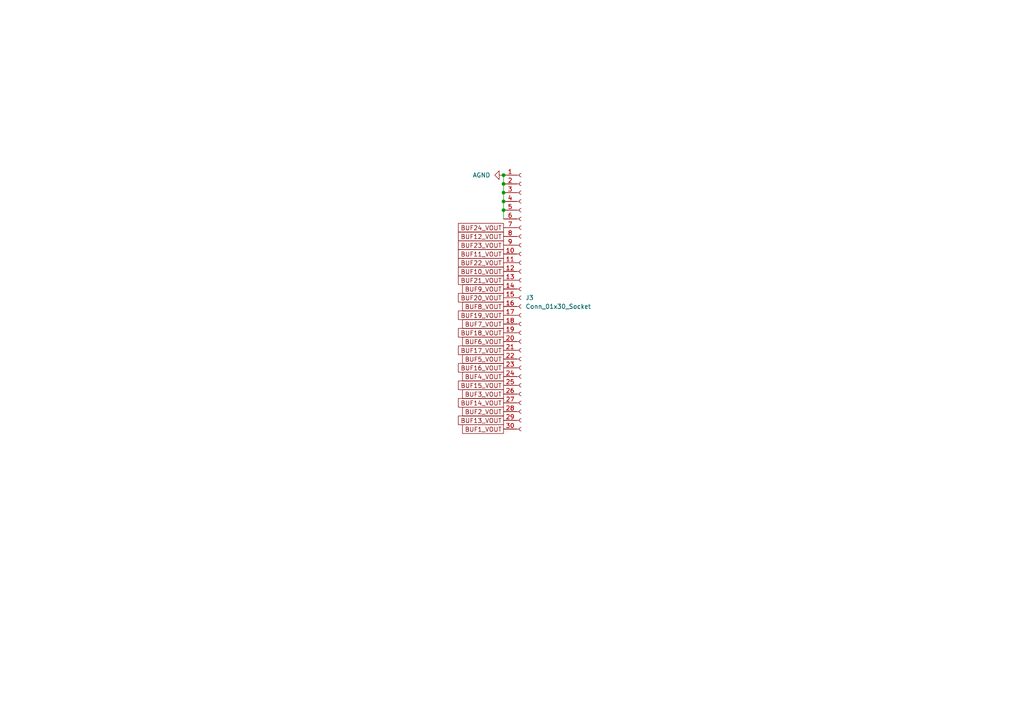
<source format=kicad_sch>
(kicad_sch (version 20250114) (generator "eeschema") (generator_version "9.0")
  (paper "A4")
  (lib_symbols
    (symbol "Connector:Conn_01x30_Socket" (pin_names (offset 1.016) (hide yes))
      (property "Reference" "J" (at 0 38.1 0))
      (property "Value" "Conn_01x30_Socket" (at 0 -40.64 0))
      (symbol "Conn_01x30_Socket_1_1"
        (polyline (pts (xy -1.27 35.56) (xy -0.508 35.56)) (stroke (width 0.1524)))
        (polyline (pts (xy -1.27 33.02) (xy -0.508 33.02)) (stroke (width 0.1524)))
        (polyline (pts (xy -1.27 30.48) (xy -0.508 30.48)) (stroke (width 0.1524)))
        (polyline (pts (xy -1.27 27.94) (xy -0.508 27.94)) (stroke (width 0.1524)))
        (polyline (pts (xy -1.27 25.4) (xy -0.508 25.4)) (stroke (width 0.1524)))
        (polyline (pts (xy -1.27 22.86) (xy -0.508 22.86)) (stroke (width 0.1524)))
        (polyline (pts (xy -1.27 20.32) (xy -0.508 20.32)) (stroke (width 0.1524)))
        (polyline (pts (xy -1.27 17.78) (xy -0.508 17.78)) (stroke (width 0.1524)))
        (polyline (pts (xy -1.27 15.24) (xy -0.508 15.24)) (stroke (width 0.1524)))
        (polyline (pts (xy -1.27 12.7) (xy -0.508 12.7)) (stroke (width 0.1524)))
        (polyline (pts (xy -1.27 10.16) (xy -0.508 10.16)) (stroke (width 0.1524)))
        (polyline (pts (xy -1.27 7.62) (xy -0.508 7.62)) (stroke (width 0.1524)))
        (polyline (pts (xy -1.27 5.08) (xy -0.508 5.08)) (stroke (width 0.1524)))
        (polyline (pts (xy -1.27 2.54) (xy -0.508 2.54)) (stroke (width 0.1524)))
        (polyline (pts (xy -1.27 0) (xy -0.508 0)) (stroke (width 0.1524)))
        (polyline (pts (xy -1.27 -2.54) (xy -0.508 -2.54)) (stroke (width 0.1524)))
        (polyline (pts (xy -1.27 -5.08) (xy -0.508 -5.08)) (stroke (width 0.1524)))
        (polyline (pts (xy -1.27 -7.62) (xy -0.508 -7.62)) (stroke (width 0.1524)))
        (polyline (pts (xy -1.27 -10.16) (xy -0.508 -10.16)) (stroke (width 0.1524)))
        (polyline (pts (xy -1.27 -12.7) (xy -0.508 -12.7)) (stroke (width 0.1524)))
        (polyline (pts (xy -1.27 -15.24) (xy -0.508 -15.24)) (stroke (width 0.1524)))
        (polyline (pts (xy -1.27 -17.78) (xy -0.508 -17.78)) (stroke (width 0.1524)))
        (polyline (pts (xy -1.27 -20.32) (xy -0.508 -20.32)) (stroke (width 0.1524)))
        (polyline (pts (xy -1.27 -22.86) (xy -0.508 -22.86)) (stroke (width 0.1524)))
        (polyline (pts (xy -1.27 -25.4) (xy -0.508 -25.4)) (stroke (width 0.1524)))
        (polyline (pts (xy -1.27 -27.94) (xy -0.508 -27.94)) (stroke (width 0.1524)))
        (polyline (pts (xy -1.27 -30.48) (xy -0.508 -30.48)) (stroke (width 0.1524)))
        (polyline (pts (xy -1.27 -33.02) (xy -0.508 -33.02)) (stroke (width 0.1524)))
        (polyline (pts (xy -1.27 -35.56) (xy -0.508 -35.56)) (stroke (width 0.1524)))
        (polyline (pts (xy -1.27 -38.1) (xy -0.508 -38.1)) (stroke (width 0.1524)))
        (arc (start 0 35.052) (mid -0.5058 35.56) (end 0 36.068) (stroke (width 0.1524)))
        (arc (start 0 32.512) (mid -0.5058 33.02) (end 0 33.528) (stroke (width 0.1524)))
        (arc (start 0 29.972) (mid -0.5058 30.48) (end 0 30.988) (stroke (width 0.1524)))
        (arc (start 0 27.432) (mid -0.5058 27.94) (end 0 28.448) (stroke (width 0.1524)))
        (arc (start 0 24.892) (mid -0.5058 25.4) (end 0 25.908) (stroke (width 0.1524)))
        (arc (start 0 22.352) (mid -0.5058 22.86) (end 0 23.368) (stroke (width 0.1524)))
        (arc (start 0 19.812) (mid -0.5058 20.32) (end 0 20.828) (stroke (width 0.1524)))
        (arc (start 0 17.272) (mid -0.5058 17.78) (end 0 18.288) (stroke (width 0.1524)))
        (arc (start 0 14.732) (mid -0.5058 15.24) (end 0 15.748) (stroke (width 0.1524)))
        (arc (start 0 12.192) (mid -0.5058 12.7) (end 0 13.208) (stroke (width 0.1524)))
        (arc (start 0 9.652) (mid -0.5058 10.16) (end 0 10.668) (stroke (width 0.1524)))
        (arc (start 0 7.112) (mid -0.5058 7.62) (end 0 8.128) (stroke (width 0.1524)))
        (arc (start 0 4.572) (mid -0.5058 5.08) (end 0 5.588) (stroke (width 0.1524)))
        (arc (start 0 2.032) (mid -0.5058 2.54) (end 0 3.048) (stroke (width 0.1524)))
        (arc (start 0 -0.508) (mid -0.5058 0) (end 0 0.508) (stroke (width 0.1524)))
        (arc (start 0 -3.048) (mid -0.5058 -2.54) (end 0 -2.032) (stroke (width 0.1524)))
        (arc (start 0 -5.588) (mid -0.5058 -5.08) (end 0 -4.572) (stroke (width 0.1524)))
        (arc (start 0 -8.128) (mid -0.5058 -7.62) (end 0 -7.112) (stroke (width 0.1524)))
        (arc (start 0 -10.668) (mid -0.5058 -10.16) (end 0 -9.652) (stroke (width 0.1524)))
        (arc (start 0 -13.208) (mid -0.5058 -12.7) (end 0 -12.192) (stroke (width 0.1524)))
        (arc (start 0 -15.748) (mid -0.5058 -15.24) (end 0 -14.732) (stroke (width 0.1524)))
        (arc (start 0 -18.288) (mid -0.5058 -17.78) (end 0 -17.272) (stroke (width 0.1524)))
        (arc (start 0 -20.828) (mid -0.5058 -20.32) (end 0 -19.812) (stroke (width 0.1524)))
        (arc (start 0 -23.368) (mid -0.5058 -22.86) (end 0 -22.352) (stroke (width 0.1524)))
        (arc (start 0 -25.908) (mid -0.5058 -25.4) (end 0 -24.892) (stroke (width 0.1524)))
        (arc (start 0 -28.448) (mid -0.5058 -27.94) (end 0 -27.432) (stroke (width 0.1524)))
        (arc (start 0 -30.988) (mid -0.5058 -30.48) (end 0 -29.972) (stroke (width 0.1524)))
        (arc (start 0 -33.528) (mid -0.5058 -33.02) (end 0 -32.512) (stroke (width 0.1524)))
        (arc (start 0 -36.068) (mid -0.5058 -35.56) (end 0 -35.052) (stroke (width 0.1524)))
        (arc (start 0 -38.608) (mid -0.5058 -38.1) (end 0 -37.592) (stroke (width 0.1524)))
        (pin passive line (at -5.08 35.56 0) (length 3.81) (name "Pin_1") (number "1"))
        (pin passive line (at -5.08 33.02 0) (length 3.81) (name "Pin_2") (number "2"))
        (pin passive line (at -5.08 30.48 0) (length 3.81) (name "Pin_3") (number "3"))
        (pin passive line (at -5.08 27.94 0) (length 3.81) (name "Pin_4") (number "4"))
        (pin passive line (at -5.08 25.4 0) (length 3.81) (name "Pin_5") (number "5"))
        (pin passive line (at -5.08 22.86 0) (length 3.81) (name "Pin_6") (number "6"))
        (pin passive line (at -5.08 20.32 0) (length 3.81) (name "Pin_7") (number "7"))
        (pin passive line (at -5.08 17.78 0) (length 3.81) (name "Pin_8") (number "8"))
        (pin passive line (at -5.08 15.24 0) (length 3.81) (name "Pin_9") (number "9"))
        (pin passive line (at -5.08 12.7 0) (length 3.81) (name "Pin_10") (number "10"))
        (pin passive line (at -5.08 10.16 0) (length 3.81) (name "Pin_11") (number "11"))
        (pin passive line (at -5.08 7.62 0) (length 3.81) (name "Pin_12") (number "12"))
        (pin passive line (at -5.08 5.08 0) (length 3.81) (name "Pin_13") (number "13"))
        (pin passive line (at -5.08 2.54 0) (length 3.81) (name "Pin_14") (number "14"))
        (pin passive line (at -5.08 0 0) (length 3.81) (name "Pin_15") (number "15"))
        (pin passive line (at -5.08 -2.54 0) (length 3.81) (name "Pin_16") (number "16"))
        (pin passive line (at -5.08 -5.08 0) (length 3.81) (name "Pin_17") (number "17"))
        (pin passive line (at -5.08 -7.62 0) (length 3.81) (name "Pin_18") (number "18"))
        (pin passive line (at -5.08 -10.16 0) (length 3.81) (name "Pin_19") (number "19"))
        (pin passive line (at -5.08 -12.7 0) (length 3.81) (name "Pin_20") (number "20"))
        (pin passive line (at -5.08 -15.24 0) (length 3.81) (name "Pin_21") (number "21"))
        (pin passive line (at -5.08 -17.78 0) (length 3.81) (name "Pin_22") (number "22"))
        (pin passive line (at -5.08 -20.32 0) (length 3.81) (name "Pin_23") (number "23"))
        (pin passive line (at -5.08 -22.86 0) (length 3.81) (name "Pin_24") (number "24"))
        (pin passive line (at -5.08 -25.4 0) (length 3.81) (name "Pin_25") (number "25"))
        (pin passive line (at -5.08 -27.94 0) (length 3.81) (name "Pin_26") (number "26"))
        (pin passive line (at -5.08 -30.48 0) (length 3.81) (name "Pin_27") (number "27"))
        (pin passive line (at -5.08 -33.02 0) (length 3.81) (name "Pin_28") (number "28"))
        (pin passive line (at -5.08 -35.56 0) (length 3.81) (name "Pin_29") (number "29"))
        (pin passive line (at -5.08 -38.1 0) (length 3.81) (name "Pin_30") (number "30"))
      )
    )
    (symbol "power:GND" (power) (pin_numbers (hide yes)) (pin_names (offset 0) (hide yes))
      (property "Value" "GND" (at 0 -3.81 0))
      (symbol "GND_0_1"
        (polyline (pts (xy 0 0) (xy 0 -1.27) (xy 1.27 -1.27) (xy 0 -2.54) (xy -1.27 -1.27) (xy 0 -1.27)))
      )
      (symbol "GND_1_1"
        (pin power_in line (at 0 0 270) (length 0) (name "~") (number "1"))
      )
    )
  )
  (junction (at 146.05 53.34))
  (junction (at 146.05 60.96))
  (junction (at 146.05 50.8))
  (junction (at 146.05 55.88))
  (junction (at 146.05 58.42))
  (wire (pts (xy 146.05 53.34) (xy 146.05 55.88)))
  (wire (pts (xy 146.05 58.42) (xy 146.05 60.96)))
  (wire (pts (xy 146.05 50.8) (xy 146.05 53.34)))
  (wire (pts (xy 146.05 60.96) (xy 146.05 63.5)))
  (wire (pts (xy 146.05 55.88) (xy 146.05 58.42)))
  (global_label "BUF10_VOUT" (shape passive) (at 146.05 78.74 180) (property "Intersheetrefs" "${INTERSHEET_REFS}" (effects (hide yes))))
  (global_label "BUF21_VOUT" (shape passive) (at 146.05 81.28 180) (property "Intersheetrefs" "${INTERSHEET_REFS}" (effects (hide yes))))
  (global_label "BUF16_VOUT" (shape passive) (at 146.05 106.68 180) (property "Intersheetrefs" "${INTERSHEET_REFS}" (effects (hide yes))))
  (global_label "BUF1_VOUT" (shape passive) (at 146.05 124.46 180) (property "Intersheetrefs" "${INTERSHEET_REFS}" (effects (hide yes))))
  (global_label "BUF8_VOUT" (shape passive) (at 146.05 88.9 180) (property "Intersheetrefs" "${INTERSHEET_REFS}" (effects (hide yes))))
  (global_label "BUF14_VOUT" (shape passive) (at 146.05 116.84 180) (property "Intersheetrefs" "${INTERSHEET_REFS}" (effects (hide yes))))
  (global_label "BUF2_VOUT" (shape passive) (at 146.05 119.38 180) (property "Intersheetrefs" "${INTERSHEET_REFS}" (effects (hide yes))))
  (global_label "BUF24_VOUT" (shape passive) (at 146.05 66.04 180) (property "Intersheetrefs" "${INTERSHEET_REFS}" (effects (hide yes))))
  (global_label "BUF20_VOUT" (shape passive) (at 146.05 86.36 180) (property "Intersheetrefs" "${INTERSHEET_REFS}" (effects (hide yes))))
  (global_label "BUF17_VOUT" (shape passive) (at 146.05 101.6 180) (property "Intersheetrefs" "${INTERSHEET_REFS}" (effects (hide yes))))
  (global_label "BUF22_VOUT" (shape passive) (at 146.05 76.2 180) (property "Intersheetrefs" "${INTERSHEET_REFS}" (effects (hide yes))))
  (global_label "BUF15_VOUT" (shape passive) (at 146.05 111.76 180) (property "Intersheetrefs" "${INTERSHEET_REFS}" (effects (hide yes))))
  (global_label "BUF5_VOUT" (shape passive) (at 146.05 104.14 180) (property "Intersheetrefs" "${INTERSHEET_REFS}" (effects (hide yes))))
  (global_label "BUF13_VOUT" (shape passive) (at 146.05 121.92 180) (property "Intersheetrefs" "${INTERSHEET_REFS}" (effects (hide yes))))
  (global_label "BUF12_VOUT" (shape passive) (at 146.05 68.58 180) (property "Intersheetrefs" "${INTERSHEET_REFS}" (effects (hide yes))))
  (global_label "BUF4_VOUT" (shape passive) (at 146.05 109.22 180) (property "Intersheetrefs" "${INTERSHEET_REFS}" (effects (hide yes))))
  (global_label "BUF6_VOUT" (shape passive) (at 146.05 99.06 180) (property "Intersheetrefs" "${INTERSHEET_REFS}" (effects (hide yes))))
  (global_label "BUF11_VOUT" (shape passive) (at 146.05 73.66 180) (property "Intersheetrefs" "${INTERSHEET_REFS}" (effects (hide yes))))
  (global_label "BUF3_VOUT" (shape passive) (at 146.05 114.3 180) (property "Intersheetrefs" "${INTERSHEET_REFS}" (effects (hide yes))))
  (global_label "BUF19_VOUT" (shape passive) (at 146.05 91.44 180) (property "Intersheetrefs" "${INTERSHEET_REFS}" (effects (hide yes))))
  (global_label "BUF23_VOUT" (shape passive) (at 146.05 71.12 180) (property "Intersheetrefs" "${INTERSHEET_REFS}" (effects (hide yes))))
  (global_label "BUF18_VOUT" (shape passive) (at 146.05 96.52 180) (property "Intersheetrefs" "${INTERSHEET_REFS}" (effects (hide yes))))
  (global_label "BUF9_VOUT" (shape passive) (at 146.05 83.82 180) (property "Intersheetrefs" "${INTERSHEET_REFS}" (effects (hide yes))))
  (global_label "BUF7_VOUT" (shape passive) (at 146.05 93.98 180) (property "Intersheetrefs" "${INTERSHEET_REFS}" (effects (hide yes))))
  (symbol (lib_id "power:GND") (at 146.05 50.8 270) (mirror x) (unit 1)
    (property "Reference" "#PWR0491" (effects (hide yes)))
    (property "Value" "AGND" (at 142.24 50.7999 90) (effects (justify right)))
    (property "Description" "Power symbol creates a global label with name \"GND\" , ground" (effects (hide yes)))
  )
  (symbol (lib_id "Connector:Conn_01x30_Socket") (at 151.13 86.36 0) (unit 1)
    (property "Reference" "J3" (at 152.4 86.3599 0) (effects (justify left)))
    (property "Value" "Conn_01x30_Socket" (at 152.4 88.8999 0) (effects (justify left)))
    (property "Footprint" "Connector_PinHeader_2.54mm:PinHeader_1x30_P2.54mm_Horizontal" (effects (hide yes)))
    (property "Description" "Generic connector, single row, 01x30, script generated" (effects (hide yes)))
  )
)
</source>
